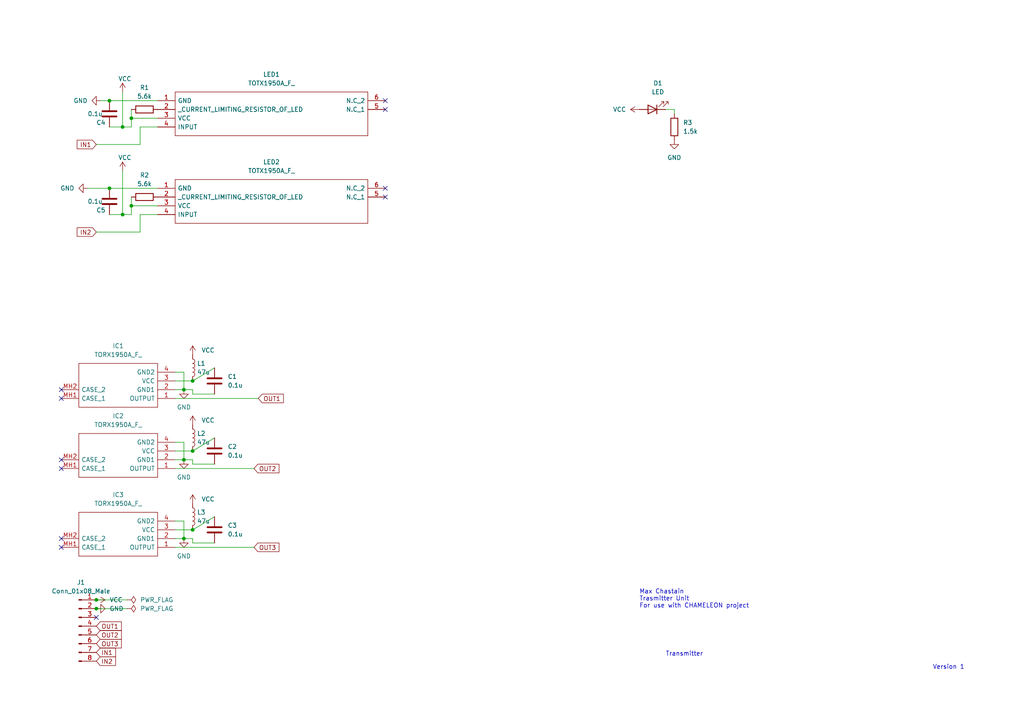
<source format=kicad_sch>
(kicad_sch (version 20211123) (generator eeschema)

  (uuid 28d20762-410a-4aaa-b69b-aeacedb216d4)

  (paper "A4")

  (lib_symbols
    (symbol "Connector:Conn_01x08_Male" (pin_names (offset 1.016) hide) (in_bom yes) (on_board yes)
      (property "Reference" "J" (id 0) (at 0 10.16 0)
        (effects (font (size 1.27 1.27)))
      )
      (property "Value" "Conn_01x08_Male" (id 1) (at 0 -12.7 0)
        (effects (font (size 1.27 1.27)))
      )
      (property "Footprint" "" (id 2) (at 0 0 0)
        (effects (font (size 1.27 1.27)) hide)
      )
      (property "Datasheet" "~" (id 3) (at 0 0 0)
        (effects (font (size 1.27 1.27)) hide)
      )
      (property "ki_keywords" "connector" (id 4) (at 0 0 0)
        (effects (font (size 1.27 1.27)) hide)
      )
      (property "ki_description" "Generic connector, single row, 01x08, script generated (kicad-library-utils/schlib/autogen/connector/)" (id 5) (at 0 0 0)
        (effects (font (size 1.27 1.27)) hide)
      )
      (property "ki_fp_filters" "Connector*:*_1x??_*" (id 6) (at 0 0 0)
        (effects (font (size 1.27 1.27)) hide)
      )
      (symbol "Conn_01x08_Male_1_1"
        (polyline
          (pts
            (xy 1.27 -10.16)
            (xy 0.8636 -10.16)
          )
          (stroke (width 0.1524) (type default) (color 0 0 0 0))
          (fill (type none))
        )
        (polyline
          (pts
            (xy 1.27 -7.62)
            (xy 0.8636 -7.62)
          )
          (stroke (width 0.1524) (type default) (color 0 0 0 0))
          (fill (type none))
        )
        (polyline
          (pts
            (xy 1.27 -5.08)
            (xy 0.8636 -5.08)
          )
          (stroke (width 0.1524) (type default) (color 0 0 0 0))
          (fill (type none))
        )
        (polyline
          (pts
            (xy 1.27 -2.54)
            (xy 0.8636 -2.54)
          )
          (stroke (width 0.1524) (type default) (color 0 0 0 0))
          (fill (type none))
        )
        (polyline
          (pts
            (xy 1.27 0)
            (xy 0.8636 0)
          )
          (stroke (width 0.1524) (type default) (color 0 0 0 0))
          (fill (type none))
        )
        (polyline
          (pts
            (xy 1.27 2.54)
            (xy 0.8636 2.54)
          )
          (stroke (width 0.1524) (type default) (color 0 0 0 0))
          (fill (type none))
        )
        (polyline
          (pts
            (xy 1.27 5.08)
            (xy 0.8636 5.08)
          )
          (stroke (width 0.1524) (type default) (color 0 0 0 0))
          (fill (type none))
        )
        (polyline
          (pts
            (xy 1.27 7.62)
            (xy 0.8636 7.62)
          )
          (stroke (width 0.1524) (type default) (color 0 0 0 0))
          (fill (type none))
        )
        (rectangle (start 0.8636 -10.033) (end 0 -10.287)
          (stroke (width 0.1524) (type default) (color 0 0 0 0))
          (fill (type outline))
        )
        (rectangle (start 0.8636 -7.493) (end 0 -7.747)
          (stroke (width 0.1524) (type default) (color 0 0 0 0))
          (fill (type outline))
        )
        (rectangle (start 0.8636 -4.953) (end 0 -5.207)
          (stroke (width 0.1524) (type default) (color 0 0 0 0))
          (fill (type outline))
        )
        (rectangle (start 0.8636 -2.413) (end 0 -2.667)
          (stroke (width 0.1524) (type default) (color 0 0 0 0))
          (fill (type outline))
        )
        (rectangle (start 0.8636 0.127) (end 0 -0.127)
          (stroke (width 0.1524) (type default) (color 0 0 0 0))
          (fill (type outline))
        )
        (rectangle (start 0.8636 2.667) (end 0 2.413)
          (stroke (width 0.1524) (type default) (color 0 0 0 0))
          (fill (type outline))
        )
        (rectangle (start 0.8636 5.207) (end 0 4.953)
          (stroke (width 0.1524) (type default) (color 0 0 0 0))
          (fill (type outline))
        )
        (rectangle (start 0.8636 7.747) (end 0 7.493)
          (stroke (width 0.1524) (type default) (color 0 0 0 0))
          (fill (type outline))
        )
        (pin passive line (at 5.08 7.62 180) (length 3.81)
          (name "Pin_1" (effects (font (size 1.27 1.27))))
          (number "1" (effects (font (size 1.27 1.27))))
        )
        (pin passive line (at 5.08 5.08 180) (length 3.81)
          (name "Pin_2" (effects (font (size 1.27 1.27))))
          (number "2" (effects (font (size 1.27 1.27))))
        )
        (pin passive line (at 5.08 2.54 180) (length 3.81)
          (name "Pin_3" (effects (font (size 1.27 1.27))))
          (number "3" (effects (font (size 1.27 1.27))))
        )
        (pin passive line (at 5.08 0 180) (length 3.81)
          (name "Pin_4" (effects (font (size 1.27 1.27))))
          (number "4" (effects (font (size 1.27 1.27))))
        )
        (pin passive line (at 5.08 -2.54 180) (length 3.81)
          (name "Pin_5" (effects (font (size 1.27 1.27))))
          (number "5" (effects (font (size 1.27 1.27))))
        )
        (pin passive line (at 5.08 -5.08 180) (length 3.81)
          (name "Pin_6" (effects (font (size 1.27 1.27))))
          (number "6" (effects (font (size 1.27 1.27))))
        )
        (pin passive line (at 5.08 -7.62 180) (length 3.81)
          (name "Pin_7" (effects (font (size 1.27 1.27))))
          (number "7" (effects (font (size 1.27 1.27))))
        )
        (pin passive line (at 5.08 -10.16 180) (length 3.81)
          (name "Pin_8" (effects (font (size 1.27 1.27))))
          (number "8" (effects (font (size 1.27 1.27))))
        )
      )
    )
    (symbol "Device:C" (pin_numbers hide) (pin_names (offset 0.254)) (in_bom yes) (on_board yes)
      (property "Reference" "C" (id 0) (at 0.635 2.54 0)
        (effects (font (size 1.27 1.27)) (justify left))
      )
      (property "Value" "C" (id 1) (at 0.635 -2.54 0)
        (effects (font (size 1.27 1.27)) (justify left))
      )
      (property "Footprint" "" (id 2) (at 0.9652 -3.81 0)
        (effects (font (size 1.27 1.27)) hide)
      )
      (property "Datasheet" "~" (id 3) (at 0 0 0)
        (effects (font (size 1.27 1.27)) hide)
      )
      (property "ki_keywords" "cap capacitor" (id 4) (at 0 0 0)
        (effects (font (size 1.27 1.27)) hide)
      )
      (property "ki_description" "Unpolarized capacitor" (id 5) (at 0 0 0)
        (effects (font (size 1.27 1.27)) hide)
      )
      (property "ki_fp_filters" "C_*" (id 6) (at 0 0 0)
        (effects (font (size 1.27 1.27)) hide)
      )
      (symbol "C_0_1"
        (polyline
          (pts
            (xy -2.032 -0.762)
            (xy 2.032 -0.762)
          )
          (stroke (width 0.508) (type default) (color 0 0 0 0))
          (fill (type none))
        )
        (polyline
          (pts
            (xy -2.032 0.762)
            (xy 2.032 0.762)
          )
          (stroke (width 0.508) (type default) (color 0 0 0 0))
          (fill (type none))
        )
      )
      (symbol "C_1_1"
        (pin passive line (at 0 3.81 270) (length 2.794)
          (name "~" (effects (font (size 1.27 1.27))))
          (number "1" (effects (font (size 1.27 1.27))))
        )
        (pin passive line (at 0 -3.81 90) (length 2.794)
          (name "~" (effects (font (size 1.27 1.27))))
          (number "2" (effects (font (size 1.27 1.27))))
        )
      )
    )
    (symbol "Device:L" (pin_numbers hide) (pin_names (offset 1.016) hide) (in_bom yes) (on_board yes)
      (property "Reference" "L" (id 0) (at -1.27 0 90)
        (effects (font (size 1.27 1.27)))
      )
      (property "Value" "L" (id 1) (at 1.905 0 90)
        (effects (font (size 1.27 1.27)))
      )
      (property "Footprint" "" (id 2) (at 0 0 0)
        (effects (font (size 1.27 1.27)) hide)
      )
      (property "Datasheet" "~" (id 3) (at 0 0 0)
        (effects (font (size 1.27 1.27)) hide)
      )
      (property "ki_keywords" "inductor choke coil reactor magnetic" (id 4) (at 0 0 0)
        (effects (font (size 1.27 1.27)) hide)
      )
      (property "ki_description" "Inductor" (id 5) (at 0 0 0)
        (effects (font (size 1.27 1.27)) hide)
      )
      (property "ki_fp_filters" "Choke_* *Coil* Inductor_* L_*" (id 6) (at 0 0 0)
        (effects (font (size 1.27 1.27)) hide)
      )
      (symbol "L_0_1"
        (arc (start 0 -2.54) (mid 0.635 -1.905) (end 0 -1.27)
          (stroke (width 0) (type default) (color 0 0 0 0))
          (fill (type none))
        )
        (arc (start 0 -1.27) (mid 0.635 -0.635) (end 0 0)
          (stroke (width 0) (type default) (color 0 0 0 0))
          (fill (type none))
        )
        (arc (start 0 0) (mid 0.635 0.635) (end 0 1.27)
          (stroke (width 0) (type default) (color 0 0 0 0))
          (fill (type none))
        )
        (arc (start 0 1.27) (mid 0.635 1.905) (end 0 2.54)
          (stroke (width 0) (type default) (color 0 0 0 0))
          (fill (type none))
        )
      )
      (symbol "L_1_1"
        (pin passive line (at 0 3.81 270) (length 1.27)
          (name "1" (effects (font (size 1.27 1.27))))
          (number "1" (effects (font (size 1.27 1.27))))
        )
        (pin passive line (at 0 -3.81 90) (length 1.27)
          (name "2" (effects (font (size 1.27 1.27))))
          (number "2" (effects (font (size 1.27 1.27))))
        )
      )
    )
    (symbol "Device:LED" (pin_numbers hide) (pin_names (offset 1.016) hide) (in_bom yes) (on_board yes)
      (property "Reference" "D" (id 0) (at 0 2.54 0)
        (effects (font (size 1.27 1.27)))
      )
      (property "Value" "LED" (id 1) (at 0 -2.54 0)
        (effects (font (size 1.27 1.27)))
      )
      (property "Footprint" "" (id 2) (at 0 0 0)
        (effects (font (size 1.27 1.27)) hide)
      )
      (property "Datasheet" "~" (id 3) (at 0 0 0)
        (effects (font (size 1.27 1.27)) hide)
      )
      (property "ki_keywords" "LED diode" (id 4) (at 0 0 0)
        (effects (font (size 1.27 1.27)) hide)
      )
      (property "ki_description" "Light emitting diode" (id 5) (at 0 0 0)
        (effects (font (size 1.27 1.27)) hide)
      )
      (property "ki_fp_filters" "LED* LED_SMD:* LED_THT:*" (id 6) (at 0 0 0)
        (effects (font (size 1.27 1.27)) hide)
      )
      (symbol "LED_0_1"
        (polyline
          (pts
            (xy -1.27 -1.27)
            (xy -1.27 1.27)
          )
          (stroke (width 0.254) (type default) (color 0 0 0 0))
          (fill (type none))
        )
        (polyline
          (pts
            (xy -1.27 0)
            (xy 1.27 0)
          )
          (stroke (width 0) (type default) (color 0 0 0 0))
          (fill (type none))
        )
        (polyline
          (pts
            (xy 1.27 -1.27)
            (xy 1.27 1.27)
            (xy -1.27 0)
            (xy 1.27 -1.27)
          )
          (stroke (width 0.254) (type default) (color 0 0 0 0))
          (fill (type none))
        )
        (polyline
          (pts
            (xy -3.048 -0.762)
            (xy -4.572 -2.286)
            (xy -3.81 -2.286)
            (xy -4.572 -2.286)
            (xy -4.572 -1.524)
          )
          (stroke (width 0) (type default) (color 0 0 0 0))
          (fill (type none))
        )
        (polyline
          (pts
            (xy -1.778 -0.762)
            (xy -3.302 -2.286)
            (xy -2.54 -2.286)
            (xy -3.302 -2.286)
            (xy -3.302 -1.524)
          )
          (stroke (width 0) (type default) (color 0 0 0 0))
          (fill (type none))
        )
      )
      (symbol "LED_1_1"
        (pin passive line (at -3.81 0 0) (length 2.54)
          (name "K" (effects (font (size 1.27 1.27))))
          (number "1" (effects (font (size 1.27 1.27))))
        )
        (pin passive line (at 3.81 0 180) (length 2.54)
          (name "A" (effects (font (size 1.27 1.27))))
          (number "2" (effects (font (size 1.27 1.27))))
        )
      )
    )
    (symbol "Device:R" (pin_numbers hide) (pin_names (offset 0)) (in_bom yes) (on_board yes)
      (property "Reference" "R" (id 0) (at 2.032 0 90)
        (effects (font (size 1.27 1.27)))
      )
      (property "Value" "R" (id 1) (at 0 0 90)
        (effects (font (size 1.27 1.27)))
      )
      (property "Footprint" "" (id 2) (at -1.778 0 90)
        (effects (font (size 1.27 1.27)) hide)
      )
      (property "Datasheet" "~" (id 3) (at 0 0 0)
        (effects (font (size 1.27 1.27)) hide)
      )
      (property "ki_keywords" "R res resistor" (id 4) (at 0 0 0)
        (effects (font (size 1.27 1.27)) hide)
      )
      (property "ki_description" "Resistor" (id 5) (at 0 0 0)
        (effects (font (size 1.27 1.27)) hide)
      )
      (property "ki_fp_filters" "R_*" (id 6) (at 0 0 0)
        (effects (font (size 1.27 1.27)) hide)
      )
      (symbol "R_0_1"
        (rectangle (start -1.016 -2.54) (end 1.016 2.54)
          (stroke (width 0.254) (type default) (color 0 0 0 0))
          (fill (type none))
        )
      )
      (symbol "R_1_1"
        (pin passive line (at 0 3.81 270) (length 1.27)
          (name "~" (effects (font (size 1.27 1.27))))
          (number "1" (effects (font (size 1.27 1.27))))
        )
        (pin passive line (at 0 -3.81 90) (length 1.27)
          (name "~" (effects (font (size 1.27 1.27))))
          (number "2" (effects (font (size 1.27 1.27))))
        )
      )
    )
    (symbol "TORX1950A_F_:TORX1950A_F_" (pin_names (offset 0.762)) (in_bom yes) (on_board yes)
      (property "Reference" "IC" (id 0) (at 29.21 7.62 0)
        (effects (font (size 1.27 1.27)) (justify left))
      )
      (property "Value" "TORX1950A_F_" (id 1) (at 29.21 5.08 0)
        (effects (font (size 1.27 1.27)) (justify left))
      )
      (property "Footprint" "TORX1950AF" (id 2) (at 29.21 2.54 0)
        (effects (font (size 1.27 1.27)) (justify left) hide)
      )
      (property "Datasheet" "" (id 3) (at 29.21 0 0)
        (effects (font (size 1.27 1.27)) (justify left) hide)
      )
      (property "Description" "Optical Receiver 10Mbps Single 50m 6-Pin )" (id 4) (at 29.21 -2.54 0)
        (effects (font (size 1.27 1.27)) (justify left) hide)
      )
      (property "Height" "8.8" (id 5) (at 29.21 -5.08 0)
        (effects (font (size 1.27 1.27)) (justify left) hide)
      )
      (property "Mouser Part Number" "71-TORX1950A(F)" (id 6) (at 29.21 -7.62 0)
        (effects (font (size 1.27 1.27)) (justify left) hide)
      )
      (property "Mouser Price/Stock" "https://www.mouser.co.uk/ProductDetail/Toshiba/TORX1950AF?qs=gev7jUp%252BQ%252BhPDbv%252Bwuk0PA%3D%3D" (id 7) (at 29.21 -10.16 0)
        (effects (font (size 1.27 1.27)) (justify left) hide)
      )
      (property "Manufacturer_Name" "Toshiba" (id 8) (at 29.21 -12.7 0)
        (effects (font (size 1.27 1.27)) (justify left) hide)
      )
      (property "Manufacturer_Part_Number" "TORX1950A(F)" (id 9) (at 29.21 -15.24 0)
        (effects (font (size 1.27 1.27)) (justify left) hide)
      )
      (property "ki_description" "Optical Receiver 10Mbps Single 50m 6-Pin )" (id 10) (at 0 0 0)
        (effects (font (size 1.27 1.27)) hide)
      )
      (symbol "TORX1950A_F__0_0"
        (pin passive line (at 0 0 0) (length 5.08)
          (name "OUTPUT" (effects (font (size 1.27 1.27))))
          (number "1" (effects (font (size 1.27 1.27))))
        )
        (pin passive line (at 0 -2.54 0) (length 5.08)
          (name "GND1" (effects (font (size 1.27 1.27))))
          (number "2" (effects (font (size 1.27 1.27))))
        )
        (pin passive line (at 0 -5.08 0) (length 5.08)
          (name "VCC" (effects (font (size 1.27 1.27))))
          (number "3" (effects (font (size 1.27 1.27))))
        )
        (pin passive line (at 0 -7.62 0) (length 5.08)
          (name "GND2" (effects (font (size 1.27 1.27))))
          (number "4" (effects (font (size 1.27 1.27))))
        )
        (pin passive line (at 33.02 0 180) (length 5.08)
          (name "CASE_1" (effects (font (size 1.27 1.27))))
          (number "MH1" (effects (font (size 1.27 1.27))))
        )
        (pin passive line (at 33.02 -2.54 180) (length 5.08)
          (name "CASE_2" (effects (font (size 1.27 1.27))))
          (number "MH2" (effects (font (size 1.27 1.27))))
        )
      )
      (symbol "TORX1950A_F__0_1"
        (polyline
          (pts
            (xy 5.08 2.54)
            (xy 27.94 2.54)
            (xy 27.94 -10.16)
            (xy 5.08 -10.16)
            (xy 5.08 2.54)
          )
          (stroke (width 0.1524) (type default) (color 0 0 0 0))
          (fill (type none))
        )
      )
    )
    (symbol "TOTX1950A_F_:TOTX1950A_F_" (pin_names (offset 0.762)) (in_bom yes) (on_board yes)
      (property "Reference" "LED" (id 0) (at 62.23 7.62 0)
        (effects (font (size 1.27 1.27)) (justify left))
      )
      (property "Value" "TOTX1950A_F_" (id 1) (at 62.23 5.08 0)
        (effects (font (size 1.27 1.27)) (justify left))
      )
      (property "Footprint" "TOTX1950AF" (id 2) (at 62.23 2.54 0)
        (effects (font (size 1.27 1.27)) (justify left) hide)
      )
      (property "Datasheet" "" (id 3) (at 62.23 0 0)
        (effects (font (size 1.27 1.27)) (justify left) hide)
      )
      (property "Description" "Fiber Optic Transmitters, Receivers, Transceivers 650 nm LED OPTICAL TRANSMN MOD" (id 4) (at 62.23 -2.54 0)
        (effects (font (size 1.27 1.27)) (justify left) hide)
      )
      (property "Height" "8.8" (id 5) (at 62.23 -5.08 0)
        (effects (font (size 1.27 1.27)) (justify left) hide)
      )
      (property "Mouser Part Number" "757-TOTX1950AF" (id 6) (at 62.23 -7.62 0)
        (effects (font (size 1.27 1.27)) (justify left) hide)
      )
      (property "Mouser Price/Stock" "https://www.mouser.co.uk/ProductDetail/Toshiba/TOTX1950AF?qs=gev7jUp%252BQ%252BhDjDGaeAaJXw%3D%3D" (id 7) (at 62.23 -10.16 0)
        (effects (font (size 1.27 1.27)) (justify left) hide)
      )
      (property "Manufacturer_Name" "Toshiba" (id 8) (at 62.23 -12.7 0)
        (effects (font (size 1.27 1.27)) (justify left) hide)
      )
      (property "Manufacturer_Part_Number" "TOTX1950A(F)" (id 9) (at 62.23 -15.24 0)
        (effects (font (size 1.27 1.27)) (justify left) hide)
      )
      (property "ki_description" "Fiber Optic Transmitters, Receivers, Transceivers 650 nm LED OPTICAL TRANSMN MOD" (id 10) (at 0 0 0)
        (effects (font (size 1.27 1.27)) hide)
      )
      (symbol "TOTX1950A_F__0_0"
        (pin passive line (at 0 0 0) (length 5.08)
          (name "GND" (effects (font (size 1.27 1.27))))
          (number "1" (effects (font (size 1.27 1.27))))
        )
        (pin passive line (at 0 -2.54 0) (length 5.08)
          (name "_CURRENT_LIMITING_RESISTOR_OF_LED" (effects (font (size 1.27 1.27))))
          (number "2" (effects (font (size 1.27 1.27))))
        )
        (pin passive line (at 0 -5.08 0) (length 5.08)
          (name "VCC" (effects (font (size 1.27 1.27))))
          (number "3" (effects (font (size 1.27 1.27))))
        )
        (pin passive line (at 0 -7.62 0) (length 5.08)
          (name "INPUT" (effects (font (size 1.27 1.27))))
          (number "4" (effects (font (size 1.27 1.27))))
        )
        (pin passive line (at 66.04 -2.54 180) (length 5.08)
          (name "N.C_1" (effects (font (size 1.27 1.27))))
          (number "5" (effects (font (size 1.27 1.27))))
        )
        (pin passive line (at 66.04 0 180) (length 5.08)
          (name "N.C_2" (effects (font (size 1.27 1.27))))
          (number "6" (effects (font (size 1.27 1.27))))
        )
      )
      (symbol "TOTX1950A_F__0_1"
        (polyline
          (pts
            (xy 5.08 2.54)
            (xy 60.96 2.54)
            (xy 60.96 -10.16)
            (xy 5.08 -10.16)
            (xy 5.08 2.54)
          )
          (stroke (width 0.1524) (type default) (color 0 0 0 0))
          (fill (type none))
        )
      )
    )
    (symbol "power:GND" (power) (pin_names (offset 0)) (in_bom yes) (on_board yes)
      (property "Reference" "#PWR" (id 0) (at 0 -6.35 0)
        (effects (font (size 1.27 1.27)) hide)
      )
      (property "Value" "GND" (id 1) (at 0 -3.81 0)
        (effects (font (size 1.27 1.27)))
      )
      (property "Footprint" "" (id 2) (at 0 0 0)
        (effects (font (size 1.27 1.27)) hide)
      )
      (property "Datasheet" "" (id 3) (at 0 0 0)
        (effects (font (size 1.27 1.27)) hide)
      )
      (property "ki_keywords" "global power" (id 4) (at 0 0 0)
        (effects (font (size 1.27 1.27)) hide)
      )
      (property "ki_description" "Power symbol creates a global label with name \"GND\" , ground" (id 5) (at 0 0 0)
        (effects (font (size 1.27 1.27)) hide)
      )
      (symbol "GND_0_1"
        (polyline
          (pts
            (xy 0 0)
            (xy 0 -1.27)
            (xy 1.27 -1.27)
            (xy 0 -2.54)
            (xy -1.27 -1.27)
            (xy 0 -1.27)
          )
          (stroke (width 0) (type default) (color 0 0 0 0))
          (fill (type none))
        )
      )
      (symbol "GND_1_1"
        (pin power_in line (at 0 0 270) (length 0) hide
          (name "GND" (effects (font (size 1.27 1.27))))
          (number "1" (effects (font (size 1.27 1.27))))
        )
      )
    )
    (symbol "power:PWR_FLAG" (power) (pin_numbers hide) (pin_names (offset 0) hide) (in_bom yes) (on_board yes)
      (property "Reference" "#FLG" (id 0) (at 0 1.905 0)
        (effects (font (size 1.27 1.27)) hide)
      )
      (property "Value" "PWR_FLAG" (id 1) (at 0 3.81 0)
        (effects (font (size 1.27 1.27)))
      )
      (property "Footprint" "" (id 2) (at 0 0 0)
        (effects (font (size 1.27 1.27)) hide)
      )
      (property "Datasheet" "~" (id 3) (at 0 0 0)
        (effects (font (size 1.27 1.27)) hide)
      )
      (property "ki_keywords" "flag power" (id 4) (at 0 0 0)
        (effects (font (size 1.27 1.27)) hide)
      )
      (property "ki_description" "Special symbol for telling ERC where power comes from" (id 5) (at 0 0 0)
        (effects (font (size 1.27 1.27)) hide)
      )
      (symbol "PWR_FLAG_0_0"
        (pin power_out line (at 0 0 90) (length 0)
          (name "pwr" (effects (font (size 1.27 1.27))))
          (number "1" (effects (font (size 1.27 1.27))))
        )
      )
      (symbol "PWR_FLAG_0_1"
        (polyline
          (pts
            (xy 0 0)
            (xy 0 1.27)
            (xy -1.016 1.905)
            (xy 0 2.54)
            (xy 1.016 1.905)
            (xy 0 1.27)
          )
          (stroke (width 0) (type default) (color 0 0 0 0))
          (fill (type none))
        )
      )
    )
    (symbol "power:VCC" (power) (pin_names (offset 0)) (in_bom yes) (on_board yes)
      (property "Reference" "#PWR" (id 0) (at 0 -3.81 0)
        (effects (font (size 1.27 1.27)) hide)
      )
      (property "Value" "VCC" (id 1) (at 0 3.81 0)
        (effects (font (size 1.27 1.27)))
      )
      (property "Footprint" "" (id 2) (at 0 0 0)
        (effects (font (size 1.27 1.27)) hide)
      )
      (property "Datasheet" "" (id 3) (at 0 0 0)
        (effects (font (size 1.27 1.27)) hide)
      )
      (property "ki_keywords" "global power" (id 4) (at 0 0 0)
        (effects (font (size 1.27 1.27)) hide)
      )
      (property "ki_description" "Power symbol creates a global label with name \"VCC\"" (id 5) (at 0 0 0)
        (effects (font (size 1.27 1.27)) hide)
      )
      (symbol "VCC_0_1"
        (polyline
          (pts
            (xy -0.762 1.27)
            (xy 0 2.54)
          )
          (stroke (width 0) (type default) (color 0 0 0 0))
          (fill (type none))
        )
        (polyline
          (pts
            (xy 0 0)
            (xy 0 2.54)
          )
          (stroke (width 0) (type default) (color 0 0 0 0))
          (fill (type none))
        )
        (polyline
          (pts
            (xy 0 2.54)
            (xy 0.762 1.27)
          )
          (stroke (width 0) (type default) (color 0 0 0 0))
          (fill (type none))
        )
      )
      (symbol "VCC_1_1"
        (pin power_in line (at 0 0 90) (length 0) hide
          (name "VCC" (effects (font (size 1.27 1.27))))
          (number "1" (effects (font (size 1.27 1.27))))
        )
      )
    )
  )

  (junction (at 31.75 29.21) (diameter 0) (color 0 0 0 0)
    (uuid 0bcd02c8-46dc-401c-bdf3-11fcba922600)
  )
  (junction (at 53.34 156.21) (diameter 0) (color 0 0 0 0)
    (uuid 2b397e0e-c2bd-4a28-bf9e-8185261d6721)
  )
  (junction (at 55.88 130.81) (diameter 0) (color 0 0 0 0)
    (uuid 3c0a5f51-30c0-4ac9-a3b0-8c78f78caaad)
  )
  (junction (at 27.94 173.99) (diameter 0) (color 0 0 0 0)
    (uuid 472756b9-80bf-4610-934f-1fcb13268f7e)
  )
  (junction (at 55.88 153.67) (diameter 0) (color 0 0 0 0)
    (uuid 5c0f8742-9a33-4137-8b64-c37a93b75453)
  )
  (junction (at 38.1 59.69) (diameter 0) (color 0 0 0 0)
    (uuid 74bd17c5-5d9e-4de5-9d00-d7f739b5e24a)
  )
  (junction (at 55.88 110.49) (diameter 0) (color 0 0 0 0)
    (uuid 9987d0ed-facf-4339-89b5-816acfb0d483)
  )
  (junction (at 53.34 113.03) (diameter 0) (color 0 0 0 0)
    (uuid aee1cf0b-a199-4906-b801-50f9e8a602fb)
  )
  (junction (at 53.34 133.35) (diameter 0) (color 0 0 0 0)
    (uuid b227645d-acf8-4849-9304-a19977ae7837)
  )
  (junction (at 35.56 62.23) (diameter 0) (color 0 0 0 0)
    (uuid c9854769-442b-465c-ac7e-8606eb6fd966)
  )
  (junction (at 27.94 176.53) (diameter 0) (color 0 0 0 0)
    (uuid d1caae34-c643-44f2-886f-73a3c609789f)
  )
  (junction (at 31.75 54.61) (diameter 0) (color 0 0 0 0)
    (uuid d4069dc7-030d-4e56-a523-707aa103b759)
  )
  (junction (at 35.56 36.83) (diameter 0) (color 0 0 0 0)
    (uuid f15d45f9-1ccf-4015-9ffc-ff59cf9ab20f)
  )
  (junction (at 38.1 34.29) (diameter 0) (color 0 0 0 0)
    (uuid f76b0517-82fc-45a4-bffd-df87f02554f3)
  )

  (no_connect (at 17.78 158.75) (uuid 17d67382-7667-4024-ace9-8ace544849cb))
  (no_connect (at 17.78 135.89) (uuid 1a18610d-bcc0-4334-932d-1c370045a7b3))
  (no_connect (at 17.78 156.21) (uuid 1d2d0566-951b-4a59-a4f6-2d36dbe44115))
  (no_connect (at 111.76 57.15) (uuid 2c234492-4ef5-45fd-98a3-98f079186d2b))
  (no_connect (at 111.76 54.61) (uuid 778483cf-8f00-4c04-a1c8-8dae644f8da4))
  (no_connect (at 17.78 133.35) (uuid 95767c27-dd31-4bbe-8b40-0d81d17deb6b))
  (no_connect (at 17.78 113.03) (uuid ab41a545-626e-4bf4-9f97-fb7d4e5198ae))
  (no_connect (at 27.94 179.07) (uuid ae132efb-ae64-40e3-baa7-2a86c0be0f3d))
  (no_connect (at 111.76 29.21) (uuid b0adbbbf-f5f1-463a-818f-ce436ca01041))
  (no_connect (at 17.78 115.57) (uuid b6c1d370-ee14-4170-a036-2409489ee07c))
  (no_connect (at 111.76 31.75) (uuid bf2c6110-326a-43d0-a6c8-bb298ec13200))

  (wire (pts (xy 53.34 107.95) (xy 53.34 113.03))
    (stroke (width 0) (type default) (color 0 0 0 0))
    (uuid 00ed9a3c-1c94-41a3-b4ea-2828c352182c)
  )
  (wire (pts (xy 50.8 110.49) (xy 55.88 110.49))
    (stroke (width 0) (type default) (color 0 0 0 0))
    (uuid 09653f09-b42f-4993-9520-ef5892c2f684)
  )
  (wire (pts (xy 25.4 54.61) (xy 31.75 54.61))
    (stroke (width 0) (type default) (color 0 0 0 0))
    (uuid 0d091a70-41db-4be5-9038-dd175c38ad60)
  )
  (wire (pts (xy 195.58 33.02) (xy 195.58 31.75))
    (stroke (width 0) (type default) (color 0 0 0 0))
    (uuid 1144bb40-f57b-45bc-895e-bfa7efdb2d3b)
  )
  (wire (pts (xy 29.21 29.21) (xy 31.75 29.21))
    (stroke (width 0) (type default) (color 0 0 0 0))
    (uuid 17191090-288d-4c77-a15a-41133e17e626)
  )
  (wire (pts (xy 50.8 151.13) (xy 53.34 151.13))
    (stroke (width 0) (type default) (color 0 0 0 0))
    (uuid 33097d59-f2a7-4d20-b0a2-11a0ea7a27e9)
  )
  (wire (pts (xy 55.88 133.35) (xy 53.34 133.35))
    (stroke (width 0) (type default) (color 0 0 0 0))
    (uuid 36d171d1-e5f6-4096-ad12-511b525f3388)
  )
  (wire (pts (xy 50.8 153.67) (xy 55.88 153.67))
    (stroke (width 0) (type default) (color 0 0 0 0))
    (uuid 37283c2e-6d11-45af-8aaa-7630a5bb3cbe)
  )
  (wire (pts (xy 50.8 128.27) (xy 53.34 128.27))
    (stroke (width 0) (type default) (color 0 0 0 0))
    (uuid 391ebf4c-c10c-4337-86c3-1d20eba262d6)
  )
  (wire (pts (xy 31.75 29.21) (xy 45.72 29.21))
    (stroke (width 0) (type default) (color 0 0 0 0))
    (uuid 3ae028d2-ae91-45e4-b622-9bc987813737)
  )
  (wire (pts (xy 35.56 26.67) (xy 35.56 36.83))
    (stroke (width 0) (type default) (color 0 0 0 0))
    (uuid 3cf9ad92-3ee1-452f-94d5-f15da437848a)
  )
  (wire (pts (xy 31.75 54.61) (xy 45.72 54.61))
    (stroke (width 0) (type default) (color 0 0 0 0))
    (uuid 527cdafe-5dd3-4783-819a-7787433f08c9)
  )
  (wire (pts (xy 27.94 67.31) (xy 40.64 67.31))
    (stroke (width 0) (type default) (color 0 0 0 0))
    (uuid 5deaa713-24d9-49a0-9692-7cb5c76d55b3)
  )
  (wire (pts (xy 55.88 157.48) (xy 55.88 156.21))
    (stroke (width 0) (type default) (color 0 0 0 0))
    (uuid 5df0aa67-3ee0-4bab-9631-447ddb43ac41)
  )
  (wire (pts (xy 40.64 36.83) (xy 40.64 41.91))
    (stroke (width 0) (type default) (color 0 0 0 0))
    (uuid 6455750e-0c34-4fef-969d-067c2cf72b75)
  )
  (wire (pts (xy 45.72 34.29) (xy 38.1 34.29))
    (stroke (width 0) (type default) (color 0 0 0 0))
    (uuid 64e51d46-2b1c-4a57-bb6d-18427a50e5c5)
  )
  (wire (pts (xy 38.1 31.75) (xy 38.1 34.29))
    (stroke (width 0) (type default) (color 0 0 0 0))
    (uuid 671c8fd7-f020-4933-8c5a-dff71d2ae94a)
  )
  (wire (pts (xy 35.56 49.53) (xy 35.56 62.23))
    (stroke (width 0) (type default) (color 0 0 0 0))
    (uuid 6810b697-6149-40e6-bac7-062d1496f86a)
  )
  (wire (pts (xy 50.8 135.89) (xy 73.66 135.89))
    (stroke (width 0) (type default) (color 0 0 0 0))
    (uuid 683e6ac0-a529-45e4-8b6c-565026f59848)
  )
  (wire (pts (xy 62.23 134.62) (xy 55.88 134.62))
    (stroke (width 0) (type default) (color 0 0 0 0))
    (uuid 6cf16213-17fc-421e-9ad1-8ce89f0cfbd7)
  )
  (wire (pts (xy 35.56 36.83) (xy 31.75 36.83))
    (stroke (width 0) (type default) (color 0 0 0 0))
    (uuid 7172f802-c288-44a4-816d-28203c3fd92d)
  )
  (wire (pts (xy 50.8 130.81) (xy 55.88 130.81))
    (stroke (width 0) (type default) (color 0 0 0 0))
    (uuid 7474ea93-9941-4b52-827e-f525327cd1f1)
  )
  (wire (pts (xy 38.1 36.83) (xy 35.56 36.83))
    (stroke (width 0) (type default) (color 0 0 0 0))
    (uuid 7ca0d0bf-9829-456c-8200-49dee9a4fbc8)
  )
  (wire (pts (xy 55.88 113.03) (xy 53.34 113.03))
    (stroke (width 0) (type default) (color 0 0 0 0))
    (uuid 7d5e6b26-d5a9-42ba-bfcc-e0ea46d17029)
  )
  (wire (pts (xy 62.23 157.48) (xy 55.88 157.48))
    (stroke (width 0) (type default) (color 0 0 0 0))
    (uuid 7e498fad-5bd4-4cdc-9a17-559aba87ad26)
  )
  (wire (pts (xy 53.34 151.13) (xy 53.34 156.21))
    (stroke (width 0) (type default) (color 0 0 0 0))
    (uuid 81625a60-ce6d-4d97-8792-ecf08248e7ca)
  )
  (wire (pts (xy 62.23 127) (xy 55.88 130.81))
    (stroke (width 0) (type default) (color 0 0 0 0))
    (uuid 897d4074-2513-4953-8e3a-1472a1ce16a7)
  )
  (wire (pts (xy 195.58 31.75) (xy 193.04 31.75))
    (stroke (width 0) (type default) (color 0 0 0 0))
    (uuid 8ee27116-b123-4692-9860-c1040f6c1bc6)
  )
  (wire (pts (xy 53.34 156.21) (xy 50.8 156.21))
    (stroke (width 0) (type default) (color 0 0 0 0))
    (uuid 98ad3ae2-90e4-4cef-ae33-91e886a45f61)
  )
  (wire (pts (xy 45.72 59.69) (xy 38.1 59.69))
    (stroke (width 0) (type default) (color 0 0 0 0))
    (uuid 98e82b8a-20a6-43dd-a8f4-f4b621ef8f86)
  )
  (wire (pts (xy 55.88 156.21) (xy 53.34 156.21))
    (stroke (width 0) (type default) (color 0 0 0 0))
    (uuid 9ffe17f7-62e6-4277-b668-dc779608f1dd)
  )
  (wire (pts (xy 55.88 114.3) (xy 55.88 113.03))
    (stroke (width 0) (type default) (color 0 0 0 0))
    (uuid a2030a33-8861-4632-a9a5-5872366f0c0e)
  )
  (wire (pts (xy 27.94 176.53) (xy 36.83 176.53))
    (stroke (width 0) (type default) (color 0 0 0 0))
    (uuid a67d02c6-dcfd-4c4d-a478-84d0a653bd4f)
  )
  (wire (pts (xy 50.8 158.75) (xy 73.66 158.75))
    (stroke (width 0) (type default) (color 0 0 0 0))
    (uuid a81656f8-93ad-4a7b-badd-8700ba4d4b4a)
  )
  (wire (pts (xy 27.94 41.91) (xy 40.64 41.91))
    (stroke (width 0) (type default) (color 0 0 0 0))
    (uuid aaa8df6a-70db-4ccd-859d-3bd04cad0ef4)
  )
  (wire (pts (xy 45.72 36.83) (xy 40.64 36.83))
    (stroke (width 0) (type default) (color 0 0 0 0))
    (uuid b3c54ed1-cae3-4714-a127-4cfd07e329e4)
  )
  (wire (pts (xy 53.34 128.27) (xy 53.34 133.35))
    (stroke (width 0) (type default) (color 0 0 0 0))
    (uuid bb3a885d-7771-45e9-aa74-c832dc458ec6)
  )
  (wire (pts (xy 53.34 113.03) (xy 50.8 113.03))
    (stroke (width 0) (type default) (color 0 0 0 0))
    (uuid c25779de-ab36-47ef-8845-94d2dea067d6)
  )
  (wire (pts (xy 62.23 106.68) (xy 55.88 110.49))
    (stroke (width 0) (type default) (color 0 0 0 0))
    (uuid ca14e43e-ef7d-4ec8-9a47-490633ae9a24)
  )
  (wire (pts (xy 35.56 62.23) (xy 31.75 62.23))
    (stroke (width 0) (type default) (color 0 0 0 0))
    (uuid d1b85945-3ef7-4b29-9729-7745cd736b86)
  )
  (wire (pts (xy 50.8 107.95) (xy 53.34 107.95))
    (stroke (width 0) (type default) (color 0 0 0 0))
    (uuid d4910567-32fe-4f7d-bfe7-6c1de6804f07)
  )
  (wire (pts (xy 50.8 115.57) (xy 74.93 115.57))
    (stroke (width 0) (type default) (color 0 0 0 0))
    (uuid d8f34861-a2c0-4a75-a5c4-690de86bbd42)
  )
  (wire (pts (xy 38.1 59.69) (xy 38.1 62.23))
    (stroke (width 0) (type default) (color 0 0 0 0))
    (uuid deec633e-fa0b-4c48-aaab-7d14c5a49996)
  )
  (wire (pts (xy 62.23 149.86) (xy 55.88 153.67))
    (stroke (width 0) (type default) (color 0 0 0 0))
    (uuid e1235b7a-3e63-433a-a5b5-bbe84c262471)
  )
  (wire (pts (xy 62.23 114.3) (xy 55.88 114.3))
    (stroke (width 0) (type default) (color 0 0 0 0))
    (uuid e1ee7c44-9df6-4f14-81b5-7b21c53c83bc)
  )
  (wire (pts (xy 38.1 62.23) (xy 35.56 62.23))
    (stroke (width 0) (type default) (color 0 0 0 0))
    (uuid e5986b91-a104-40e9-87ac-eef49e166fd6)
  )
  (wire (pts (xy 45.72 62.23) (xy 40.64 62.23))
    (stroke (width 0) (type default) (color 0 0 0 0))
    (uuid e5df676e-d071-4f8b-b3fe-9e57a8f9f603)
  )
  (wire (pts (xy 53.34 133.35) (xy 50.8 133.35))
    (stroke (width 0) (type default) (color 0 0 0 0))
    (uuid f139773c-6f91-47d7-8c8f-35672738383c)
  )
  (wire (pts (xy 38.1 34.29) (xy 38.1 36.83))
    (stroke (width 0) (type default) (color 0 0 0 0))
    (uuid f4c5462f-a93f-491f-9368-bcbb293c239a)
  )
  (wire (pts (xy 27.94 173.99) (xy 36.83 173.99))
    (stroke (width 0) (type default) (color 0 0 0 0))
    (uuid fa1834ff-c8ce-4d84-93bd-c5caf05ddb52)
  )
  (wire (pts (xy 55.88 134.62) (xy 55.88 133.35))
    (stroke (width 0) (type default) (color 0 0 0 0))
    (uuid fa38e9fc-8172-4161-84ab-1b6b78a32822)
  )
  (wire (pts (xy 38.1 57.15) (xy 38.1 59.69))
    (stroke (width 0) (type default) (color 0 0 0 0))
    (uuid fb3685af-52f8-45d4-9489-bc9cc897f533)
  )
  (wire (pts (xy 40.64 62.23) (xy 40.64 67.31))
    (stroke (width 0) (type default) (color 0 0 0 0))
    (uuid fff9dc16-5848-47d7-93dd-477f034b4fd2)
  )

  (text "Transmitter" (at 193.04 190.5 0)
    (effects (font (size 1.27 1.27)) (justify left bottom))
    (uuid 23a431da-446e-49d2-a86d-b9ac78fe0154)
  )
  (text "Version 1" (at 270.51 194.31 0)
    (effects (font (size 1.27 1.27)) (justify left bottom))
    (uuid 5de7fbf1-a882-4a54-826e-aa4d8d824f02)
  )
  (text "Max Chastain\nTrasmitter Unit\nFor use with CHAMELEON project"
    (at 185.42 176.53 0)
    (effects (font (size 1.27 1.27)) (justify left bottom))
    (uuid 71c2cc98-6671-498e-8e2f-56049502d13e)
  )

  (global_label "IN1" (shape input) (at 27.94 41.91 180) (fields_autoplaced)
    (effects (font (size 1.27 1.27)) (justify right))
    (uuid 089fa918-d1d1-4ec6-a5c8-020fd3dea502)
    (property "Intersheet References" "${INTERSHEET_REFS}" (id 0) (at 22.3821 41.8306 0)
      (effects (font (size 1.27 1.27)) (justify right) hide)
    )
  )
  (global_label "IN1" (shape input) (at 27.94 189.23 0) (fields_autoplaced)
    (effects (font (size 1.27 1.27)) (justify left))
    (uuid 0b824f80-762c-4d8a-afc8-1ab4380086d9)
    (property "Intersheet References" "${INTERSHEET_REFS}" (id 0) (at 33.4979 189.3094 0)
      (effects (font (size 1.27 1.27)) (justify left) hide)
    )
  )
  (global_label "IN2" (shape input) (at 27.94 191.77 0) (fields_autoplaced)
    (effects (font (size 1.27 1.27)) (justify left))
    (uuid 21d928d2-05a7-4a1f-9b64-8faed7a3ea6c)
    (property "Intersheet References" "${INTERSHEET_REFS}" (id 0) (at 33.4979 191.6906 0)
      (effects (font (size 1.27 1.27)) (justify left) hide)
    )
  )
  (global_label "OUT2" (shape input) (at 73.66 135.89 0) (fields_autoplaced)
    (effects (font (size 1.27 1.27)) (justify left))
    (uuid 5139d0c2-87b9-4d32-bc76-11faeeed0c0d)
    (property "Intersheet References" "${INTERSHEET_REFS}" (id 0) (at 80.9112 135.8106 0)
      (effects (font (size 1.27 1.27)) (justify left) hide)
    )
  )
  (global_label "IN2" (shape input) (at 27.94 67.31 180) (fields_autoplaced)
    (effects (font (size 1.27 1.27)) (justify right))
    (uuid 67e57e29-7b4d-4209-9b56-88ad1f1daf37)
    (property "Intersheet References" "${INTERSHEET_REFS}" (id 0) (at 22.3821 67.2306 0)
      (effects (font (size 1.27 1.27)) (justify right) hide)
    )
  )
  (global_label "OUT3" (shape input) (at 73.66 158.75 0) (fields_autoplaced)
    (effects (font (size 1.27 1.27)) (justify left))
    (uuid 75086b33-3669-4150-b140-a4a06d943e57)
    (property "Intersheet References" "${INTERSHEET_REFS}" (id 0) (at 80.9112 158.6706 0)
      (effects (font (size 1.27 1.27)) (justify left) hide)
    )
  )
  (global_label "OUT1" (shape input) (at 27.94 181.61 0) (fields_autoplaced)
    (effects (font (size 1.27 1.27)) (justify left))
    (uuid 7dddd0c1-7662-4709-982d-3d38d58a2455)
    (property "Intersheet References" "${INTERSHEET_REFS}" (id 0) (at 35.1912 181.5306 0)
      (effects (font (size 1.27 1.27)) (justify left) hide)
    )
  )
  (global_label "OUT2" (shape input) (at 27.94 184.15 0) (fields_autoplaced)
    (effects (font (size 1.27 1.27)) (justify left))
    (uuid a26c82b4-0026-4b28-a171-a4e5337d98ef)
    (property "Intersheet References" "${INTERSHEET_REFS}" (id 0) (at 35.1912 184.0706 0)
      (effects (font (size 1.27 1.27)) (justify left) hide)
    )
  )
  (global_label "OUT3" (shape input) (at 27.94 186.69 0) (fields_autoplaced)
    (effects (font (size 1.27 1.27)) (justify left))
    (uuid bbea20db-313c-4d0f-b388-a48e99fdde17)
    (property "Intersheet References" "${INTERSHEET_REFS}" (id 0) (at 35.1912 186.6106 0)
      (effects (font (size 1.27 1.27)) (justify left) hide)
    )
  )
  (global_label "OUT1" (shape input) (at 74.93 115.57 0) (fields_autoplaced)
    (effects (font (size 1.27 1.27)) (justify left))
    (uuid f1f22168-3b30-4bc6-9080-cc4a2f0913d4)
    (property "Intersheet References" "${INTERSHEET_REFS}" (id 0) (at 82.1812 115.4906 0)
      (effects (font (size 1.27 1.27)) (justify left) hide)
    )
  )

  (symbol (lib_id "Device:C") (at 62.23 110.49 0) (unit 1)
    (in_bom yes) (on_board yes) (fields_autoplaced)
    (uuid 02d7e12d-4e27-4904-9c0c-71089093f66f)
    (property "Reference" "C1" (id 0) (at 66.04 109.2199 0)
      (effects (font (size 1.27 1.27)) (justify left))
    )
    (property "Value" "0.1u" (id 1) (at 66.04 111.7599 0)
      (effects (font (size 1.27 1.27)) (justify left))
    )
    (property "Footprint" "Capacitor_SMD:C_0603_1608Metric_Pad1.08x0.95mm_HandSolder" (id 2) (at 63.1952 114.3 0)
      (effects (font (size 1.27 1.27)) hide)
    )
    (property "Datasheet" "~" (id 3) (at 62.23 110.49 0)
      (effects (font (size 1.27 1.27)) hide)
    )
    (pin "1" (uuid 505f8e0c-05dc-487b-aff5-51ce2df792bc))
    (pin "2" (uuid d08fdc3c-5c60-4750-ba2d-a0f7efc0266a))
  )

  (symbol (lib_id "power:VCC") (at 55.88 146.05 0) (unit 1)
    (in_bom yes) (on_board yes) (fields_autoplaced)
    (uuid 0495397f-8773-4819-b61a-d083066ad45b)
    (property "Reference" "#PWR0106" (id 0) (at 55.88 149.86 0)
      (effects (font (size 1.27 1.27)) hide)
    )
    (property "Value" "VCC" (id 1) (at 58.42 144.7799 0)
      (effects (font (size 1.27 1.27)) (justify left))
    )
    (property "Footprint" "" (id 2) (at 55.88 146.05 0)
      (effects (font (size 1.27 1.27)) hide)
    )
    (property "Datasheet" "" (id 3) (at 55.88 146.05 0)
      (effects (font (size 1.27 1.27)) hide)
    )
    (pin "1" (uuid da3552a6-dfda-4e04-8829-f5dd3bf5b720))
  )

  (symbol (lib_id "TORX1950A_F_:TORX1950A_F_") (at 50.8 115.57 180) (unit 1)
    (in_bom yes) (on_board yes) (fields_autoplaced)
    (uuid 3dec2b91-d0ef-4c21-9e83-0091377e77a1)
    (property "Reference" "IC1" (id 0) (at 34.29 100.33 0))
    (property "Value" "TORX1950A_F_" (id 1) (at 34.29 102.87 0))
    (property "Footprint" "Audio_Module:Reverb_BTDR-1H" (id 2) (at 21.59 118.11 0)
      (effects (font (size 1.27 1.27)) (justify left) hide)
    )
    (property "Datasheet" "" (id 3) (at 21.59 115.57 0)
      (effects (font (size 1.27 1.27)) (justify left) hide)
    )
    (property "Description" "Optical Receiver 10Mbps Single 50m 6-Pin )" (id 4) (at 21.59 113.03 0)
      (effects (font (size 1.27 1.27)) (justify left) hide)
    )
    (property "Height" "8.8" (id 5) (at 21.59 110.49 0)
      (effects (font (size 1.27 1.27)) (justify left) hide)
    )
    (property "Mouser Part Number" "71-TORX1950A(F)" (id 6) (at 21.59 107.95 0)
      (effects (font (size 1.27 1.27)) (justify left) hide)
    )
    (property "Mouser Price/Stock" "https://www.mouser.co.uk/ProductDetail/Toshiba/TORX1950AF?qs=gev7jUp%252BQ%252BhPDbv%252Bwuk0PA%3D%3D" (id 7) (at 21.59 105.41 0)
      (effects (font (size 1.27 1.27)) (justify left) hide)
    )
    (property "Manufacturer_Name" "Toshiba" (id 8) (at 21.59 102.87 0)
      (effects (font (size 1.27 1.27)) (justify left) hide)
    )
    (property "Manufacturer_Part_Number" "TORX1950A(F)" (id 9) (at 21.59 100.33 0)
      (effects (font (size 1.27 1.27)) (justify left) hide)
    )
    (pin "1" (uuid 9e7b4004-3867-4677-9d69-24842662451f))
    (pin "2" (uuid b3c5ee51-57d2-4806-a66c-ac79c4d1af4b))
    (pin "3" (uuid 71cdd8e9-2c6e-414b-9a55-a55e818c3106))
    (pin "4" (uuid dba8aff8-5015-4fab-89fc-65408f6ad140))
    (pin "MH1" (uuid 9f52e884-cec9-45f8-b7aa-6da9432f969e))
    (pin "MH2" (uuid 8c01e142-78e0-4d51-ba64-d35ad952921d))
  )

  (symbol (lib_id "power:PWR_FLAG") (at 36.83 173.99 270) (unit 1)
    (in_bom yes) (on_board yes) (fields_autoplaced)
    (uuid 45b1b5d1-f622-4700-94d7-6056c0286300)
    (property "Reference" "#FLG0101" (id 0) (at 38.735 173.99 0)
      (effects (font (size 1.27 1.27)) hide)
    )
    (property "Value" "PWR_FLAG" (id 1) (at 40.64 173.9899 90)
      (effects (font (size 1.27 1.27)) (justify left))
    )
    (property "Footprint" "" (id 2) (at 36.83 173.99 0)
      (effects (font (size 1.27 1.27)) hide)
    )
    (property "Datasheet" "~" (id 3) (at 36.83 173.99 0)
      (effects (font (size 1.27 1.27)) hide)
    )
    (pin "1" (uuid 748baeed-e991-4334-b8ad-e1d5228c0ea5))
  )

  (symbol (lib_id "TOTX1950A_F_:TOTX1950A_F_") (at 45.72 54.61 0) (unit 1)
    (in_bom yes) (on_board yes) (fields_autoplaced)
    (uuid 46af8b90-ce1d-4af2-84c9-06cf019751ea)
    (property "Reference" "LED2" (id 0) (at 78.74 46.99 0))
    (property "Value" "TOTX1950A_F_" (id 1) (at 78.74 49.53 0))
    (property "Footprint" "KiCad:TOTX1950AF" (id 2) (at 107.95 52.07 0)
      (effects (font (size 1.27 1.27)) (justify left) hide)
    )
    (property "Datasheet" "" (id 3) (at 107.95 54.61 0)
      (effects (font (size 1.27 1.27)) (justify left) hide)
    )
    (property "Description" "Fiber Optic Transmitters, Receivers, Transceivers 650 nm LED OPTICAL TRANSMN MOD" (id 4) (at 107.95 57.15 0)
      (effects (font (size 1.27 1.27)) (justify left) hide)
    )
    (property "Height" "8.8" (id 5) (at 107.95 59.69 0)
      (effects (font (size 1.27 1.27)) (justify left) hide)
    )
    (property "Mouser Part Number" "757-TOTX1950AF" (id 6) (at 107.95 62.23 0)
      (effects (font (size 1.27 1.27)) (justify left) hide)
    )
    (property "Mouser Price/Stock" "https://www.mouser.co.uk/ProductDetail/Toshiba/TOTX1950AF?qs=gev7jUp%252BQ%252BhDjDGaeAaJXw%3D%3D" (id 7) (at 107.95 64.77 0)
      (effects (font (size 1.27 1.27)) (justify left) hide)
    )
    (property "Manufacturer_Name" "Toshiba" (id 8) (at 107.95 67.31 0)
      (effects (font (size 1.27 1.27)) (justify left) hide)
    )
    (property "Manufacturer_Part_Number" "TOTX1950A(F)" (id 9) (at 107.95 69.85 0)
      (effects (font (size 1.27 1.27)) (justify left) hide)
    )
    (pin "1" (uuid 59e77193-f044-4bd8-ad31-67b9b22aa343))
    (pin "2" (uuid d21d27e5-044d-4d37-9c17-7d8160df70cd))
    (pin "3" (uuid 72dffbb3-4a5e-4c44-82c9-61983d5fec7e))
    (pin "4" (uuid c1e8ede4-7401-4786-8523-cee43bf34f1f))
    (pin "5" (uuid 269a254c-60d8-4f0b-b2a3-af7e08fcc233))
    (pin "6" (uuid bee56eb3-bc2f-4100-a897-11a581da6070))
  )

  (symbol (lib_id "power:GND") (at 195.58 40.64 0) (unit 1)
    (in_bom yes) (on_board yes) (fields_autoplaced)
    (uuid 521ae66a-35bb-4ef7-b839-50192af7b77f)
    (property "Reference" "#PWR0110" (id 0) (at 195.58 46.99 0)
      (effects (font (size 1.27 1.27)) hide)
    )
    (property "Value" "GND" (id 1) (at 195.58 45.72 0))
    (property "Footprint" "" (id 2) (at 195.58 40.64 0)
      (effects (font (size 1.27 1.27)) hide)
    )
    (property "Datasheet" "" (id 3) (at 195.58 40.64 0)
      (effects (font (size 1.27 1.27)) hide)
    )
    (pin "1" (uuid 91e2c997-c594-428a-9396-86331b6e63f4))
  )

  (symbol (lib_id "Device:L") (at 55.88 127 0) (unit 1)
    (in_bom yes) (on_board yes)
    (uuid 53909e18-cd63-44da-9126-4a311b91e14b)
    (property "Reference" "L2" (id 0) (at 57.15 125.7299 0)
      (effects (font (size 1.27 1.27)) (justify left))
    )
    (property "Value" "47u" (id 1) (at 57.15 128.2699 0)
      (effects (font (size 1.27 1.27)) (justify left))
    )
    (property "Footprint" "Inductor_SMD:L_0603_1608Metric_Pad1.05x0.95mm_HandSolder" (id 2) (at 55.88 127 0)
      (effects (font (size 1.27 1.27)) hide)
    )
    (property "Datasheet" "~" (id 3) (at 55.88 127 0)
      (effects (font (size 1.27 1.27)) hide)
    )
    (pin "1" (uuid 5b5b18c3-5f11-4daa-b87e-0f0ce0f3a112))
    (pin "2" (uuid 21f2e246-fd2e-4cd7-b45a-45f027136be2))
  )

  (symbol (lib_id "power:VCC") (at 55.88 102.87 0) (unit 1)
    (in_bom yes) (on_board yes) (fields_autoplaced)
    (uuid 5473dbb7-3c13-4074-ab81-d849ce6c7e28)
    (property "Reference" "#PWR0102" (id 0) (at 55.88 106.68 0)
      (effects (font (size 1.27 1.27)) hide)
    )
    (property "Value" "VCC" (id 1) (at 58.42 101.5999 0)
      (effects (font (size 1.27 1.27)) (justify left))
    )
    (property "Footprint" "" (id 2) (at 55.88 102.87 0)
      (effects (font (size 1.27 1.27)) hide)
    )
    (property "Datasheet" "" (id 3) (at 55.88 102.87 0)
      (effects (font (size 1.27 1.27)) hide)
    )
    (pin "1" (uuid 4f972c5d-5674-4153-89d8-e1e6733b9a1d))
  )

  (symbol (lib_id "Device:C") (at 62.23 153.67 0) (unit 1)
    (in_bom yes) (on_board yes) (fields_autoplaced)
    (uuid 5fe6f418-5676-4e0e-9dc3-421d67603e32)
    (property "Reference" "C3" (id 0) (at 66.04 152.3999 0)
      (effects (font (size 1.27 1.27)) (justify left))
    )
    (property "Value" "0.1u" (id 1) (at 66.04 154.9399 0)
      (effects (font (size 1.27 1.27)) (justify left))
    )
    (property "Footprint" "Capacitor_SMD:C_0603_1608Metric_Pad1.08x0.95mm_HandSolder" (id 2) (at 63.1952 157.48 0)
      (effects (font (size 1.27 1.27)) hide)
    )
    (property "Datasheet" "~" (id 3) (at 62.23 153.67 0)
      (effects (font (size 1.27 1.27)) hide)
    )
    (pin "1" (uuid bf166e54-6edf-4373-be4e-ff8feb4e7880))
    (pin "2" (uuid 41110d47-f8f1-4ea5-a511-1cd3fcf463b8))
  )

  (symbol (lib_id "power:GND") (at 53.34 133.35 0) (unit 1)
    (in_bom yes) (on_board yes) (fields_autoplaced)
    (uuid 664466db-baf8-4a93-b530-ec93a9e7c432)
    (property "Reference" "#PWR0104" (id 0) (at 53.34 139.7 0)
      (effects (font (size 1.27 1.27)) hide)
    )
    (property "Value" "GND" (id 1) (at 53.34 138.43 0))
    (property "Footprint" "" (id 2) (at 53.34 133.35 0)
      (effects (font (size 1.27 1.27)) hide)
    )
    (property "Datasheet" "" (id 3) (at 53.34 133.35 0)
      (effects (font (size 1.27 1.27)) hide)
    )
    (pin "1" (uuid 2f554a3f-e35c-414f-b85f-666909dbe10f))
  )

  (symbol (lib_id "Device:C") (at 31.75 33.02 0) (unit 1)
    (in_bom yes) (on_board yes)
    (uuid 7082ee5d-a883-4fac-8a18-96164dd3f081)
    (property "Reference" "C4" (id 0) (at 27.94 35.56 0)
      (effects (font (size 1.27 1.27)) (justify left))
    )
    (property "Value" "0.1u" (id 1) (at 25.4 33.02 0)
      (effects (font (size 1.27 1.27)) (justify left))
    )
    (property "Footprint" "Capacitor_SMD:C_0603_1608Metric_Pad1.08x0.95mm_HandSolder" (id 2) (at 32.7152 36.83 0)
      (effects (font (size 1.27 1.27)) hide)
    )
    (property "Datasheet" "~" (id 3) (at 31.75 33.02 0)
      (effects (font (size 1.27 1.27)) hide)
    )
    (pin "1" (uuid 2e701d4e-20c3-4ef5-845f-58aa3e1fe430))
    (pin "2" (uuid 364d54d6-3cca-4954-be87-5f53715ee0d2))
  )

  (symbol (lib_id "TOTX1950A_F_:TOTX1950A_F_") (at 45.72 29.21 0) (unit 1)
    (in_bom yes) (on_board yes) (fields_autoplaced)
    (uuid 712c3fa9-62a7-4cdc-9bba-530fbec74afd)
    (property "Reference" "LED1" (id 0) (at 78.74 21.59 0))
    (property "Value" "TOTX1950A_F_" (id 1) (at 78.74 24.13 0))
    (property "Footprint" "KiCad:TOTX1950AF" (id 2) (at 107.95 26.67 0)
      (effects (font (size 1.27 1.27)) (justify left) hide)
    )
    (property "Datasheet" "" (id 3) (at 107.95 29.21 0)
      (effects (font (size 1.27 1.27)) (justify left) hide)
    )
    (property "Description" "Fiber Optic Transmitters, Receivers, Transceivers 650 nm LED OPTICAL TRANSMN MOD" (id 4) (at 107.95 31.75 0)
      (effects (font (size 1.27 1.27)) (justify left) hide)
    )
    (property "Height" "8.8" (id 5) (at 107.95 34.29 0)
      (effects (font (size 1.27 1.27)) (justify left) hide)
    )
    (property "Mouser Part Number" "757-TOTX1950AF" (id 6) (at 107.95 36.83 0)
      (effects (font (size 1.27 1.27)) (justify left) hide)
    )
    (property "Mouser Price/Stock" "https://www.mouser.co.uk/ProductDetail/Toshiba/TOTX1950AF?qs=gev7jUp%252BQ%252BhDjDGaeAaJXw%3D%3D" (id 7) (at 107.95 39.37 0)
      (effects (font (size 1.27 1.27)) (justify left) hide)
    )
    (property "Manufacturer_Name" "Toshiba" (id 8) (at 107.95 41.91 0)
      (effects (font (size 1.27 1.27)) (justify left) hide)
    )
    (property "Manufacturer_Part_Number" "TOTX1950A(F)" (id 9) (at 107.95 44.45 0)
      (effects (font (size 1.27 1.27)) (justify left) hide)
    )
    (pin "1" (uuid ea5e75d7-36b9-4e13-8d62-376f0c2d6d2e))
    (pin "2" (uuid 5c64d0d6-6843-4077-84da-d5c60e838922))
    (pin "3" (uuid f71adab2-308d-48a6-b611-b0dbc149c4e4))
    (pin "4" (uuid fc4c52cc-e7d3-42e3-b1b8-d4891dd42a32))
    (pin "5" (uuid eb53cd04-1ad6-4e7f-a045-eabf41fe96b9))
    (pin "6" (uuid b9c129a9-e3a2-4ea0-9145-7de1b4a088c8))
  )

  (symbol (lib_id "power:GND") (at 53.34 113.03 0) (unit 1)
    (in_bom yes) (on_board yes) (fields_autoplaced)
    (uuid 751da85f-7b59-44db-99b6-f15e47c2132e)
    (property "Reference" "#PWR0107" (id 0) (at 53.34 119.38 0)
      (effects (font (size 1.27 1.27)) hide)
    )
    (property "Value" "GND" (id 1) (at 53.34 118.11 0))
    (property "Footprint" "" (id 2) (at 53.34 113.03 0)
      (effects (font (size 1.27 1.27)) hide)
    )
    (property "Datasheet" "" (id 3) (at 53.34 113.03 0)
      (effects (font (size 1.27 1.27)) hide)
    )
    (pin "1" (uuid f67c00c7-7892-48f6-be51-a9856c958477))
  )

  (symbol (lib_id "power:GND") (at 53.34 156.21 0) (unit 1)
    (in_bom yes) (on_board yes) (fields_autoplaced)
    (uuid 7652a7b8-271f-41b1-a954-409eedec25f0)
    (property "Reference" "#PWR0111" (id 0) (at 53.34 162.56 0)
      (effects (font (size 1.27 1.27)) hide)
    )
    (property "Value" "GND" (id 1) (at 53.34 161.29 0))
    (property "Footprint" "" (id 2) (at 53.34 156.21 0)
      (effects (font (size 1.27 1.27)) hide)
    )
    (property "Datasheet" "" (id 3) (at 53.34 156.21 0)
      (effects (font (size 1.27 1.27)) hide)
    )
    (pin "1" (uuid 314b6c3c-a1f1-4ea3-80b2-2b97dcfbfcde))
  )

  (symbol (lib_id "Connector:Conn_01x08_Male") (at 22.86 181.61 0) (unit 1)
    (in_bom yes) (on_board yes) (fields_autoplaced)
    (uuid 79604fb5-1384-4fe9-b470-2b9297695dc1)
    (property "Reference" "J1" (id 0) (at 23.495 168.91 0))
    (property "Value" "Conn_01x08_Male" (id 1) (at 23.495 171.45 0))
    (property "Footprint" "Connector_PinHeader_2.54mm:PinHeader_1x08_P2.54mm_Vertical" (id 2) (at 22.86 181.61 0)
      (effects (font (size 1.27 1.27)) hide)
    )
    (property "Datasheet" "~" (id 3) (at 22.86 181.61 0)
      (effects (font (size 1.27 1.27)) hide)
    )
    (pin "1" (uuid 2fbb2a1e-6030-4df1-ae5e-5619a8b19952))
    (pin "2" (uuid 4a0fc59c-47f4-4a7f-90bf-420a2b4b7f46))
    (pin "3" (uuid 9bd661a3-e225-4d6a-942f-49d6f5c89617))
    (pin "4" (uuid b02dcb58-c4bd-4cfb-a63e-1e54f392fc5c))
    (pin "5" (uuid 800a78b6-9ad9-4c8a-ab43-29b107263f05))
    (pin "6" (uuid 39b293e7-b7db-43de-96e2-e6efd0b7db0a))
    (pin "7" (uuid 7c09b0e0-c718-462c-9592-211febe22928))
    (pin "8" (uuid f3cff677-0f45-4974-9d25-0f7b308d362e))
  )

  (symbol (lib_id "power:GND") (at 25.4 54.61 270) (unit 1)
    (in_bom yes) (on_board yes) (fields_autoplaced)
    (uuid 7a4dfa32-6dcb-476b-b9d1-4b7585e54a6f)
    (property "Reference" "#PWR0114" (id 0) (at 19.05 54.61 0)
      (effects (font (size 1.27 1.27)) hide)
    )
    (property "Value" "GND" (id 1) (at 21.59 54.6099 90)
      (effects (font (size 1.27 1.27)) (justify right))
    )
    (property "Footprint" "" (id 2) (at 25.4 54.61 0)
      (effects (font (size 1.27 1.27)) hide)
    )
    (property "Datasheet" "" (id 3) (at 25.4 54.61 0)
      (effects (font (size 1.27 1.27)) hide)
    )
    (pin "1" (uuid a2732c45-d24e-4dba-b478-5e3c187f7bf3))
  )

  (symbol (lib_id "Device:C") (at 31.75 58.42 0) (unit 1)
    (in_bom yes) (on_board yes)
    (uuid 7fcc31e6-1047-421a-905a-ee91113978c5)
    (property "Reference" "C5" (id 0) (at 27.94 60.96 0)
      (effects (font (size 1.27 1.27)) (justify left))
    )
    (property "Value" "0.1u" (id 1) (at 25.4 58.42 0)
      (effects (font (size 1.27 1.27)) (justify left))
    )
    (property "Footprint" "Capacitor_SMD:C_0603_1608Metric_Pad1.08x0.95mm_HandSolder" (id 2) (at 32.7152 62.23 0)
      (effects (font (size 1.27 1.27)) hide)
    )
    (property "Datasheet" "~" (id 3) (at 31.75 58.42 0)
      (effects (font (size 1.27 1.27)) hide)
    )
    (pin "1" (uuid aa69362d-36cc-4fe7-bc09-806d59eade75))
    (pin "2" (uuid 68535ede-ffd3-445d-a6c7-3397d48ef3b2))
  )

  (symbol (lib_id "Device:L") (at 55.88 149.86 0) (unit 1)
    (in_bom yes) (on_board yes)
    (uuid 8126dc07-68c5-400f-8ce3-ddcb6045bb5e)
    (property "Reference" "L3" (id 0) (at 57.15 148.5899 0)
      (effects (font (size 1.27 1.27)) (justify left))
    )
    (property "Value" "47u" (id 1) (at 57.15 151.1299 0)
      (effects (font (size 1.27 1.27)) (justify left))
    )
    (property "Footprint" "Inductor_SMD:L_0603_1608Metric_Pad1.05x0.95mm_HandSolder" (id 2) (at 55.88 149.86 0)
      (effects (font (size 1.27 1.27)) hide)
    )
    (property "Datasheet" "~" (id 3) (at 55.88 149.86 0)
      (effects (font (size 1.27 1.27)) hide)
    )
    (pin "1" (uuid 3565f9a7-656a-43e5-82de-7478a6a25c74))
    (pin "2" (uuid 7563ef47-1296-4df4-8902-f0a3dacdc590))
  )

  (symbol (lib_id "Device:LED") (at 189.23 31.75 180) (unit 1)
    (in_bom yes) (on_board yes) (fields_autoplaced)
    (uuid 88903469-8411-4acb-9802-44475cb30bab)
    (property "Reference" "D1" (id 0) (at 190.8175 24.13 0))
    (property "Value" "LED" (id 1) (at 190.8175 26.67 0))
    (property "Footprint" "LED_THT:LED_D8.0mm" (id 2) (at 189.23 31.75 0)
      (effects (font (size 1.27 1.27)) hide)
    )
    (property "Datasheet" "~" (id 3) (at 189.23 31.75 0)
      (effects (font (size 1.27 1.27)) hide)
    )
    (pin "1" (uuid 4259d0de-e541-4c23-99db-f9ae0a12d036))
    (pin "2" (uuid c2eb3a26-7461-4f96-8445-6b9884e80b37))
  )

  (symbol (lib_id "Device:R") (at 41.91 31.75 90) (unit 1)
    (in_bom yes) (on_board yes) (fields_autoplaced)
    (uuid 89f8a25f-e8ff-459b-9b60-2346ee1d9ebc)
    (property "Reference" "R1" (id 0) (at 41.91 25.4 90))
    (property "Value" "5.6k" (id 1) (at 41.91 27.94 90))
    (property "Footprint" "Resistor_SMD:R_0603_1608Metric_Pad0.98x0.95mm_HandSolder" (id 2) (at 41.91 33.528 90)
      (effects (font (size 1.27 1.27)) hide)
    )
    (property "Datasheet" "~" (id 3) (at 41.91 31.75 0)
      (effects (font (size 1.27 1.27)) hide)
    )
    (pin "1" (uuid 99ca2b0a-5c3e-4594-93c2-58ed041317db))
    (pin "2" (uuid b6ad18ae-6a7c-4ac5-8581-f0241b1cf643))
  )

  (symbol (lib_id "power:GND") (at 29.21 29.21 270) (unit 1)
    (in_bom yes) (on_board yes) (fields_autoplaced)
    (uuid 9107b340-5ba3-4451-aeff-6e22b1daf4c8)
    (property "Reference" "#PWR0116" (id 0) (at 22.86 29.21 0)
      (effects (font (size 1.27 1.27)) hide)
    )
    (property "Value" "GND" (id 1) (at 25.4 29.2099 90)
      (effects (font (size 1.27 1.27)) (justify right))
    )
    (property "Footprint" "" (id 2) (at 29.21 29.21 0)
      (effects (font (size 1.27 1.27)) hide)
    )
    (property "Datasheet" "" (id 3) (at 29.21 29.21 0)
      (effects (font (size 1.27 1.27)) hide)
    )
    (pin "1" (uuid 60a08c80-c9f6-40b6-b5d9-d2685b095659))
  )

  (symbol (lib_id "power:VCC") (at 35.56 49.53 0) (unit 1)
    (in_bom yes) (on_board yes)
    (uuid 9abe2b2d-a8dd-4977-9a62-96e46c41ce25)
    (property "Reference" "#PWR0105" (id 0) (at 35.56 53.34 0)
      (effects (font (size 1.27 1.27)) hide)
    )
    (property "Value" "VCC" (id 1) (at 34.29 45.72 0)
      (effects (font (size 1.27 1.27)) (justify left))
    )
    (property "Footprint" "" (id 2) (at 35.56 49.53 0)
      (effects (font (size 1.27 1.27)) hide)
    )
    (property "Datasheet" "" (id 3) (at 35.56 49.53 0)
      (effects (font (size 1.27 1.27)) hide)
    )
    (pin "1" (uuid 53983cb3-9404-4e4d-be5f-2d37b01e3afb))
  )

  (symbol (lib_id "power:PWR_FLAG") (at 36.83 176.53 270) (unit 1)
    (in_bom yes) (on_board yes) (fields_autoplaced)
    (uuid 9b8bae2d-c76d-4a1b-8a4e-e51992c215ca)
    (property "Reference" "#FLG0102" (id 0) (at 38.735 176.53 0)
      (effects (font (size 1.27 1.27)) hide)
    )
    (property "Value" "PWR_FLAG" (id 1) (at 40.64 176.5299 90)
      (effects (font (size 1.27 1.27)) (justify left))
    )
    (property "Footprint" "" (id 2) (at 36.83 176.53 0)
      (effects (font (size 1.27 1.27)) hide)
    )
    (property "Datasheet" "~" (id 3) (at 36.83 176.53 0)
      (effects (font (size 1.27 1.27)) hide)
    )
    (pin "1" (uuid 552e839a-80e9-4625-83b8-5de52374179c))
  )

  (symbol (lib_id "TORX1950A_F_:TORX1950A_F_") (at 50.8 135.89 180) (unit 1)
    (in_bom yes) (on_board yes) (fields_autoplaced)
    (uuid 9ccaeddb-be8d-4791-a009-25d21b670b3e)
    (property "Reference" "IC2" (id 0) (at 34.29 120.65 0))
    (property "Value" "TORX1950A_F_" (id 1) (at 34.29 123.19 0))
    (property "Footprint" "Audio_Module:Reverb_BTDR-1H" (id 2) (at 21.59 138.43 0)
      (effects (font (size 1.27 1.27)) (justify left) hide)
    )
    (property "Datasheet" "" (id 3) (at 21.59 135.89 0)
      (effects (font (size 1.27 1.27)) (justify left) hide)
    )
    (property "Description" "Optical Receiver 10Mbps Single 50m 6-Pin )" (id 4) (at 21.59 133.35 0)
      (effects (font (size 1.27 1.27)) (justify left) hide)
    )
    (property "Height" "8.8" (id 5) (at 21.59 130.81 0)
      (effects (font (size 1.27 1.27)) (justify left) hide)
    )
    (property "Mouser Part Number" "71-TORX1950A(F)" (id 6) (at 21.59 128.27 0)
      (effects (font (size 1.27 1.27)) (justify left) hide)
    )
    (property "Mouser Price/Stock" "https://www.mouser.co.uk/ProductDetail/Toshiba/TORX1950AF?qs=gev7jUp%252BQ%252BhPDbv%252Bwuk0PA%3D%3D" (id 7) (at 21.59 125.73 0)
      (effects (font (size 1.27 1.27)) (justify left) hide)
    )
    (property "Manufacturer_Name" "Toshiba" (id 8) (at 21.59 123.19 0)
      (effects (font (size 1.27 1.27)) (justify left) hide)
    )
    (property "Manufacturer_Part_Number" "TORX1950A(F)" (id 9) (at 21.59 120.65 0)
      (effects (font (size 1.27 1.27)) (justify left) hide)
    )
    (pin "1" (uuid 12f5fd93-cf80-48d1-912c-f9e29553263c))
    (pin "2" (uuid 19df507f-109f-4a98-a96b-f5b1ebc606d4))
    (pin "3" (uuid 95fcf74e-2058-4218-9423-a975ee02bab3))
    (pin "4" (uuid 551d0ef7-e2d0-4c27-89b8-d841104c5a5b))
    (pin "MH1" (uuid fcbb2aad-b386-4797-848b-535e2841ae64))
    (pin "MH2" (uuid 153a7776-0541-4169-8803-d342a8d515a9))
  )

  (symbol (lib_id "TORX1950A_F_:TORX1950A_F_") (at 50.8 158.75 180) (unit 1)
    (in_bom yes) (on_board yes) (fields_autoplaced)
    (uuid ac703313-48bc-491c-992a-a3d12b34840d)
    (property "Reference" "IC3" (id 0) (at 34.29 143.51 0))
    (property "Value" "TORX1950A_F_" (id 1) (at 34.29 146.05 0))
    (property "Footprint" "Audio_Module:Reverb_BTDR-1H" (id 2) (at 21.59 161.29 0)
      (effects (font (size 1.27 1.27)) (justify left) hide)
    )
    (property "Datasheet" "" (id 3) (at 21.59 158.75 0)
      (effects (font (size 1.27 1.27)) (justify left) hide)
    )
    (property "Description" "Optical Receiver 10Mbps Single 50m 6-Pin )" (id 4) (at 21.59 156.21 0)
      (effects (font (size 1.27 1.27)) (justify left) hide)
    )
    (property "Height" "8.8" (id 5) (at 21.59 153.67 0)
      (effects (font (size 1.27 1.27)) (justify left) hide)
    )
    (property "Mouser Part Number" "71-TORX1950A(F)" (id 6) (at 21.59 151.13 0)
      (effects (font (size 1.27 1.27)) (justify left) hide)
    )
    (property "Mouser Price/Stock" "https://www.mouser.co.uk/ProductDetail/Toshiba/TORX1950AF?qs=gev7jUp%252BQ%252BhPDbv%252Bwuk0PA%3D%3D" (id 7) (at 21.59 148.59 0)
      (effects (font (size 1.27 1.27)) (justify left) hide)
    )
    (property "Manufacturer_Name" "Toshiba" (id 8) (at 21.59 146.05 0)
      (effects (font (size 1.27 1.27)) (justify left) hide)
    )
    (property "Manufacturer_Part_Number" "TORX1950A(F)" (id 9) (at 21.59 143.51 0)
      (effects (font (size 1.27 1.27)) (justify left) hide)
    )
    (pin "1" (uuid 70b809f3-b935-43b0-a3e8-8e57bc630c99))
    (pin "2" (uuid a46a1a28-40da-4506-ac2a-06893ef4ab60))
    (pin "3" (uuid 9608e0a4-27ac-427f-8a9f-159c6ebf0fbe))
    (pin "4" (uuid d93048f7-bc70-4136-a6a9-0c02031d3594))
    (pin "MH1" (uuid 5a2b6190-7840-43f1-bd08-196aac2133fc))
    (pin "MH2" (uuid 1e608738-4a97-4705-95f5-2e7278954eb2))
  )

  (symbol (lib_id "power:VCC") (at 185.42 31.75 90) (unit 1)
    (in_bom yes) (on_board yes) (fields_autoplaced)
    (uuid b37aadeb-0642-42f4-8b76-5a4b31af962c)
    (property "Reference" "#PWR0112" (id 0) (at 189.23 31.75 0)
      (effects (font (size 1.27 1.27)) hide)
    )
    (property "Value" "VCC" (id 1) (at 181.61 31.7499 90)
      (effects (font (size 1.27 1.27)) (justify left))
    )
    (property "Footprint" "" (id 2) (at 185.42 31.75 0)
      (effects (font (size 1.27 1.27)) hide)
    )
    (property "Datasheet" "" (id 3) (at 185.42 31.75 0)
      (effects (font (size 1.27 1.27)) hide)
    )
    (pin "1" (uuid c17ae8ae-dac4-4616-be74-59a25511af40))
  )

  (symbol (lib_id "Device:C") (at 62.23 130.81 0) (unit 1)
    (in_bom yes) (on_board yes) (fields_autoplaced)
    (uuid c7c0f076-827f-403a-a1f0-94819bc041af)
    (property "Reference" "C2" (id 0) (at 66.04 129.5399 0)
      (effects (font (size 1.27 1.27)) (justify left))
    )
    (property "Value" "0.1u" (id 1) (at 66.04 132.0799 0)
      (effects (font (size 1.27 1.27)) (justify left))
    )
    (property "Footprint" "Capacitor_SMD:C_0603_1608Metric_Pad1.08x0.95mm_HandSolder" (id 2) (at 63.1952 134.62 0)
      (effects (font (size 1.27 1.27)) hide)
    )
    (property "Datasheet" "~" (id 3) (at 62.23 130.81 0)
      (effects (font (size 1.27 1.27)) hide)
    )
    (pin "1" (uuid 0b460559-f3ef-41fd-ab37-36c2bf08f064))
    (pin "2" (uuid 3e1bce6f-9b1e-4ebc-833c-2d4e829c0f55))
  )

  (symbol (lib_id "Device:L") (at 55.88 106.68 0) (unit 1)
    (in_bom yes) (on_board yes)
    (uuid cf01e521-9c0b-4291-81c7-ef2a934cb2f2)
    (property "Reference" "L1" (id 0) (at 57.15 105.4099 0)
      (effects (font (size 1.27 1.27)) (justify left))
    )
    (property "Value" "47u" (id 1) (at 57.15 107.9499 0)
      (effects (font (size 1.27 1.27)) (justify left))
    )
    (property "Footprint" "Inductor_SMD:L_0603_1608Metric_Pad1.05x0.95mm_HandSolder" (id 2) (at 55.88 106.68 0)
      (effects (font (size 1.27 1.27)) hide)
    )
    (property "Datasheet" "~" (id 3) (at 55.88 106.68 0)
      (effects (font (size 1.27 1.27)) hide)
    )
    (pin "1" (uuid f43ee48d-4619-4d7e-81dd-92fcc403c90c))
    (pin "2" (uuid 7ed79447-04c7-404b-8cb0-b62c71dde678))
  )

  (symbol (lib_id "power:GND") (at 27.94 176.53 90) (unit 1)
    (in_bom yes) (on_board yes) (fields_autoplaced)
    (uuid d26f2ce7-8b60-4b98-a5dc-6d1bd2b59c56)
    (property "Reference" "#PWR0109" (id 0) (at 34.29 176.53 0)
      (effects (font (size 1.27 1.27)) hide)
    )
    (property "Value" "GND" (id 1) (at 31.75 176.5299 90)
      (effects (font (size 1.27 1.27)) (justify right))
    )
    (property "Footprint" "" (id 2) (at 27.94 176.53 0)
      (effects (font (size 1.27 1.27)) hide)
    )
    (property "Datasheet" "" (id 3) (at 27.94 176.53 0)
      (effects (font (size 1.27 1.27)) hide)
    )
    (pin "1" (uuid 23f7b3a3-9bbc-49f8-9bf2-ccfcb1545d73))
  )

  (symbol (lib_id "power:VCC") (at 27.94 173.99 270) (unit 1)
    (in_bom yes) (on_board yes) (fields_autoplaced)
    (uuid d677a593-dafd-4061-b756-dc0df8bb63b5)
    (property "Reference" "#PWR0108" (id 0) (at 24.13 173.99 0)
      (effects (font (size 1.27 1.27)) hide)
    )
    (property "Value" "VCC" (id 1) (at 31.75 173.9899 90)
      (effects (font (size 1.27 1.27)) (justify left))
    )
    (property "Footprint" "" (id 2) (at 27.94 173.99 0)
      (effects (font (size 1.27 1.27)) hide)
    )
    (property "Datasheet" "" (id 3) (at 27.94 173.99 0)
      (effects (font (size 1.27 1.27)) hide)
    )
    (pin "1" (uuid 28927c80-b7de-4510-89c3-0a2de1cc8d46))
  )

  (symbol (lib_id "Device:R") (at 41.91 57.15 90) (unit 1)
    (in_bom yes) (on_board yes) (fields_autoplaced)
    (uuid dcc96210-b68e-4fcb-820d-bd7e2d00b97a)
    (property "Reference" "R2" (id 0) (at 41.91 50.8 90))
    (property "Value" "5.6k" (id 1) (at 41.91 53.34 90))
    (property "Footprint" "Resistor_SMD:R_0603_1608Metric_Pad0.98x0.95mm_HandSolder" (id 2) (at 41.91 58.928 90)
      (effects (font (size 1.27 1.27)) hide)
    )
    (property "Datasheet" "~" (id 3) (at 41.91 57.15 0)
      (effects (font (size 1.27 1.27)) hide)
    )
    (pin "1" (uuid 6cbba3de-537f-4f8c-bb36-22bfa63861a5))
    (pin "2" (uuid 6ee5ebf8-5f7c-4c96-b685-823e276f2693))
  )

  (symbol (lib_id "power:VCC") (at 35.56 26.67 0) (unit 1)
    (in_bom yes) (on_board yes)
    (uuid e8ae395a-bbfa-4c42-904d-13f40dc1ffe0)
    (property "Reference" "#PWR0101" (id 0) (at 35.56 30.48 0)
      (effects (font (size 1.27 1.27)) hide)
    )
    (property "Value" "VCC" (id 1) (at 34.29 22.86 0)
      (effects (font (size 1.27 1.27)) (justify left))
    )
    (property "Footprint" "" (id 2) (at 35.56 26.67 0)
      (effects (font (size 1.27 1.27)) hide)
    )
    (property "Datasheet" "" (id 3) (at 35.56 26.67 0)
      (effects (font (size 1.27 1.27)) hide)
    )
    (pin "1" (uuid 384f2a0b-9b61-4c78-ad39-62c98ac84c8e))
  )

  (symbol (lib_id "power:VCC") (at 55.88 123.19 0) (unit 1)
    (in_bom yes) (on_board yes) (fields_autoplaced)
    (uuid ee986a9f-bb9f-45f1-87a3-11b0848672df)
    (property "Reference" "#PWR0103" (id 0) (at 55.88 127 0)
      (effects (font (size 1.27 1.27)) hide)
    )
    (property "Value" "VCC" (id 1) (at 58.42 121.9199 0)
      (effects (font (size 1.27 1.27)) (justify left))
    )
    (property "Footprint" "" (id 2) (at 55.88 123.19 0)
      (effects (font (size 1.27 1.27)) hide)
    )
    (property "Datasheet" "" (id 3) (at 55.88 123.19 0)
      (effects (font (size 1.27 1.27)) hide)
    )
    (pin "1" (uuid 2e99cc01-713c-4bf9-aae3-570007005522))
  )

  (symbol (lib_id "Device:R") (at 195.58 36.83 0) (unit 1)
    (in_bom yes) (on_board yes) (fields_autoplaced)
    (uuid fca7179e-dab5-4702-81c8-8d224a05d350)
    (property "Reference" "R3" (id 0) (at 198.12 35.5599 0)
      (effects (font (size 1.27 1.27)) (justify left))
    )
    (property "Value" "1.5k" (id 1) (at 198.12 38.0999 0)
      (effects (font (size 1.27 1.27)) (justify left))
    )
    (property "Footprint" "Resistor_SMD:R_0805_2012Metric_Pad1.20x1.40mm_HandSolder" (id 2) (at 193.802 36.83 90)
      (effects (font (size 1.27 1.27)) hide)
    )
    (property "Datasheet" "~" (id 3) (at 195.58 36.83 0)
      (effects (font (size 1.27 1.27)) hide)
    )
    (pin "1" (uuid a118c44e-8ea3-43f8-a776-2903ea29387f))
    (pin "2" (uuid 892e3c87-f708-453c-abed-fb9cbe4666db))
  )

  (sheet_instances
    (path "/" (page "1"))
  )

  (symbol_instances
    (path "/45b1b5d1-f622-4700-94d7-6056c0286300"
      (reference "#FLG0101") (unit 1) (value "PWR_FLAG") (footprint "")
    )
    (path "/9b8bae2d-c76d-4a1b-8a4e-e51992c215ca"
      (reference "#FLG0102") (unit 1) (value "PWR_FLAG") (footprint "")
    )
    (path "/e8ae395a-bbfa-4c42-904d-13f40dc1ffe0"
      (reference "#PWR0101") (unit 1) (value "VCC") (footprint "")
    )
    (path "/5473dbb7-3c13-4074-ab81-d849ce6c7e28"
      (reference "#PWR0102") (unit 1) (value "VCC") (footprint "")
    )
    (path "/ee986a9f-bb9f-45f1-87a3-11b0848672df"
      (reference "#PWR0103") (unit 1) (value "VCC") (footprint "")
    )
    (path "/664466db-baf8-4a93-b530-ec93a9e7c432"
      (reference "#PWR0104") (unit 1) (value "GND") (footprint "")
    )
    (path "/9abe2b2d-a8dd-4977-9a62-96e46c41ce25"
      (reference "#PWR0105") (unit 1) (value "VCC") (footprint "")
    )
    (path "/0495397f-8773-4819-b61a-d083066ad45b"
      (reference "#PWR0106") (unit 1) (value "VCC") (footprint "")
    )
    (path "/751da85f-7b59-44db-99b6-f15e47c2132e"
      (reference "#PWR0107") (unit 1) (value "GND") (footprint "")
    )
    (path "/d677a593-dafd-4061-b756-dc0df8bb63b5"
      (reference "#PWR0108") (unit 1) (value "VCC") (footprint "")
    )
    (path "/d26f2ce7-8b60-4b98-a5dc-6d1bd2b59c56"
      (reference "#PWR0109") (unit 1) (value "GND") (footprint "")
    )
    (path "/521ae66a-35bb-4ef7-b839-50192af7b77f"
      (reference "#PWR0110") (unit 1) (value "GND") (footprint "")
    )
    (path "/7652a7b8-271f-41b1-a954-409eedec25f0"
      (reference "#PWR0111") (unit 1) (value "GND") (footprint "")
    )
    (path "/b37aadeb-0642-42f4-8b76-5a4b31af962c"
      (reference "#PWR0112") (unit 1) (value "VCC") (footprint "")
    )
    (path "/7a4dfa32-6dcb-476b-b9d1-4b7585e54a6f"
      (reference "#PWR0114") (unit 1) (value "GND") (footprint "")
    )
    (path "/9107b340-5ba3-4451-aeff-6e22b1daf4c8"
      (reference "#PWR0116") (unit 1) (value "GND") (footprint "")
    )
    (path "/02d7e12d-4e27-4904-9c0c-71089093f66f"
      (reference "C1") (unit 1) (value "0.1u") (footprint "Capacitor_SMD:C_0603_1608Metric_Pad1.08x0.95mm_HandSolder")
    )
    (path "/c7c0f076-827f-403a-a1f0-94819bc041af"
      (reference "C2") (unit 1) (value "0.1u") (footprint "Capacitor_SMD:C_0603_1608Metric_Pad1.08x0.95mm_HandSolder")
    )
    (path "/5fe6f418-5676-4e0e-9dc3-421d67603e32"
      (reference "C3") (unit 1) (value "0.1u") (footprint "Capacitor_SMD:C_0603_1608Metric_Pad1.08x0.95mm_HandSolder")
    )
    (path "/7082ee5d-a883-4fac-8a18-96164dd3f081"
      (reference "C4") (unit 1) (value "0.1u") (footprint "Capacitor_SMD:C_0603_1608Metric_Pad1.08x0.95mm_HandSolder")
    )
    (path "/7fcc31e6-1047-421a-905a-ee91113978c5"
      (reference "C5") (unit 1) (value "0.1u") (footprint "Capacitor_SMD:C_0603_1608Metric_Pad1.08x0.95mm_HandSolder")
    )
    (path "/88903469-8411-4acb-9802-44475cb30bab"
      (reference "D1") (unit 1) (value "LED") (footprint "LED_THT:LED_D8.0mm")
    )
    (path "/3dec2b91-d0ef-4c21-9e83-0091377e77a1"
      (reference "IC1") (unit 1) (value "TORX1950A_F_") (footprint "Audio_Module:Reverb_BTDR-1H")
    )
    (path "/9ccaeddb-be8d-4791-a009-25d21b670b3e"
      (reference "IC2") (unit 1) (value "TORX1950A_F_") (footprint "Audio_Module:Reverb_BTDR-1H")
    )
    (path "/ac703313-48bc-491c-992a-a3d12b34840d"
      (reference "IC3") (unit 1) (value "TORX1950A_F_") (footprint "Audio_Module:Reverb_BTDR-1H")
    )
    (path "/79604fb5-1384-4fe9-b470-2b9297695dc1"
      (reference "J1") (unit 1) (value "Conn_01x08_Male") (footprint "Connector_PinHeader_2.54mm:PinHeader_1x08_P2.54mm_Vertical")
    )
    (path "/cf01e521-9c0b-4291-81c7-ef2a934cb2f2"
      (reference "L1") (unit 1) (value "47u") (footprint "Inductor_SMD:L_0603_1608Metric_Pad1.05x0.95mm_HandSolder")
    )
    (path "/53909e18-cd63-44da-9126-4a311b91e14b"
      (reference "L2") (unit 1) (value "47u") (footprint "Inductor_SMD:L_0603_1608Metric_Pad1.05x0.95mm_HandSolder")
    )
    (path "/8126dc07-68c5-400f-8ce3-ddcb6045bb5e"
      (reference "L3") (unit 1) (value "47u") (footprint "Inductor_SMD:L_0603_1608Metric_Pad1.05x0.95mm_HandSolder")
    )
    (path "/712c3fa9-62a7-4cdc-9bba-530fbec74afd"
      (reference "LED1") (unit 1) (value "TOTX1950A_F_") (footprint "KiCad:TOTX1950AF")
    )
    (path "/46af8b90-ce1d-4af2-84c9-06cf019751ea"
      (reference "LED2") (unit 1) (value "TOTX1950A_F_") (footprint "KiCad:TOTX1950AF")
    )
    (path "/89f8a25f-e8ff-459b-9b60-2346ee1d9ebc"
      (reference "R1") (unit 1) (value "5.6k") (footprint "Resistor_SMD:R_0603_1608Metric_Pad0.98x0.95mm_HandSolder")
    )
    (path "/dcc96210-b68e-4fcb-820d-bd7e2d00b97a"
      (reference "R2") (unit 1) (value "5.6k") (footprint "Resistor_SMD:R_0603_1608Metric_Pad0.98x0.95mm_HandSolder")
    )
    (path "/fca7179e-dab5-4702-81c8-8d224a05d350"
      (reference "R3") (unit 1) (value "1.5k") (footprint "Resistor_SMD:R_0805_2012Metric_Pad1.20x1.40mm_HandSolder")
    )
  )
)

</source>
